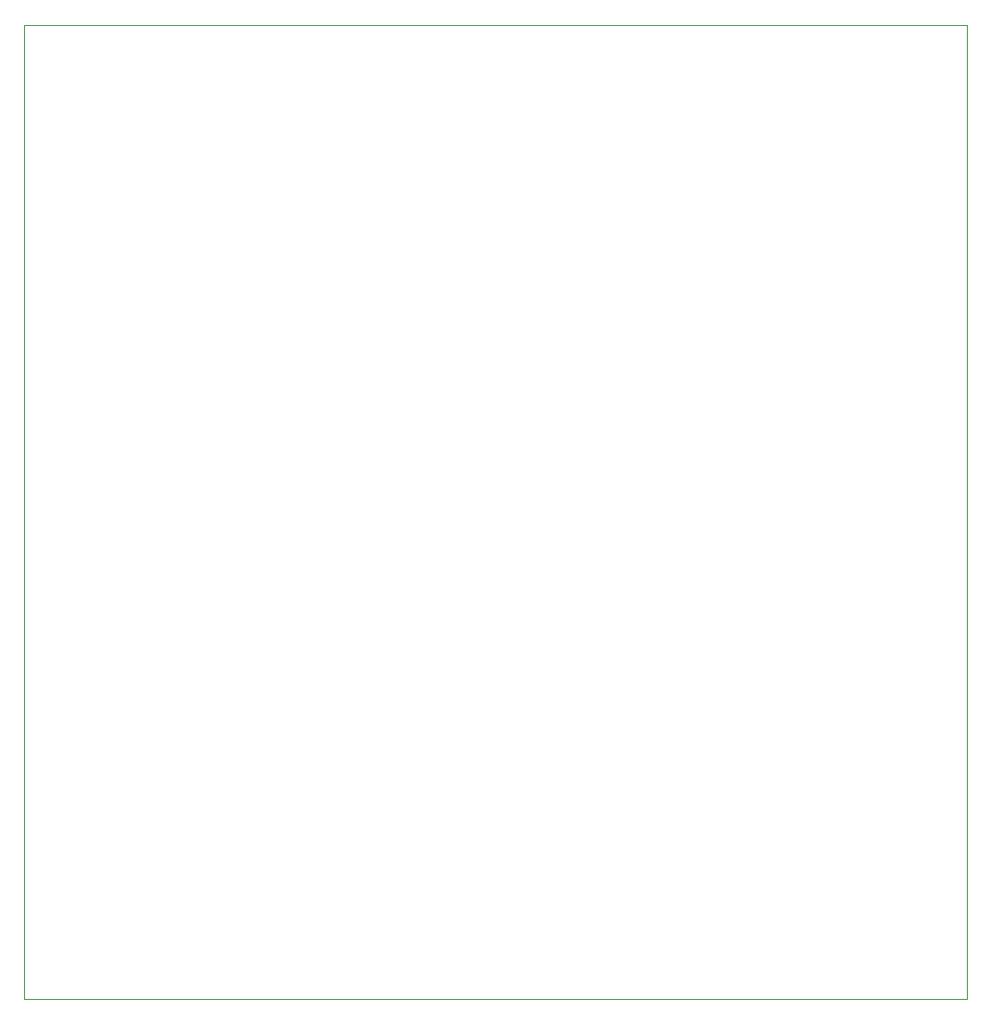
<source format=gbr>
%TF.GenerationSoftware,KiCad,Pcbnew,7.0.6-0*%
%TF.CreationDate,2024-06-08T16:42:38-07:00*%
%TF.ProjectId,pc64,70633634-2e6b-4696-9361-645f70636258,rev?*%
%TF.SameCoordinates,Original*%
%TF.FileFunction,Profile,NP*%
%FSLAX46Y46*%
G04 Gerber Fmt 4.6, Leading zero omitted, Abs format (unit mm)*
G04 Created by KiCad (PCBNEW 7.0.6-0) date 2024-06-08 16:42:38*
%MOMM*%
%LPD*%
G01*
G04 APERTURE LIST*
%TA.AperFunction,Profile*%
%ADD10C,0.100000*%
%TD*%
G04 APERTURE END LIST*
D10*
X58674000Y-40640000D02*
X144780000Y-40640000D01*
X144780000Y-129540000D01*
X58674000Y-129540000D01*
X58674000Y-40640000D01*
M02*

</source>
